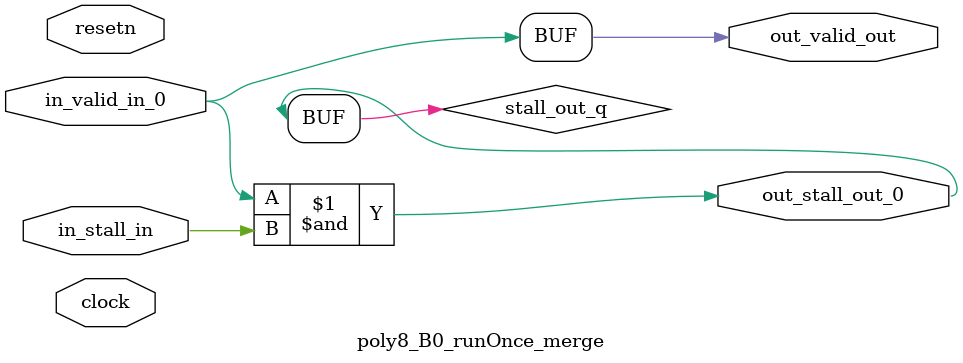
<source format=sv>



(* altera_attribute = "-name AUTO_SHIFT_REGISTER_RECOGNITION OFF; -name MESSAGE_DISABLE 10036; -name MESSAGE_DISABLE 10037; -name MESSAGE_DISABLE 14130; -name MESSAGE_DISABLE 14320; -name MESSAGE_DISABLE 15400; -name MESSAGE_DISABLE 14130; -name MESSAGE_DISABLE 10036; -name MESSAGE_DISABLE 12020; -name MESSAGE_DISABLE 12030; -name MESSAGE_DISABLE 12010; -name MESSAGE_DISABLE 12110; -name MESSAGE_DISABLE 14320; -name MESSAGE_DISABLE 13410; -name MESSAGE_DISABLE 113007; -name MESSAGE_DISABLE 10958" *)
module poly8_B0_runOnce_merge (
    input wire [0:0] in_stall_in,
    input wire [0:0] in_valid_in_0,
    output wire [0:0] out_stall_out_0,
    output wire [0:0] out_valid_out,
    input wire clock,
    input wire resetn
    );

    wire [0:0] stall_out_q;


    // stall_out(LOGICAL,6)
    assign stall_out_q = in_valid_in_0 & in_stall_in;

    // out_stall_out_0(GPOUT,4)
    assign out_stall_out_0 = stall_out_q;

    // out_valid_out(GPOUT,5)
    assign out_valid_out = in_valid_in_0;

endmodule

</source>
